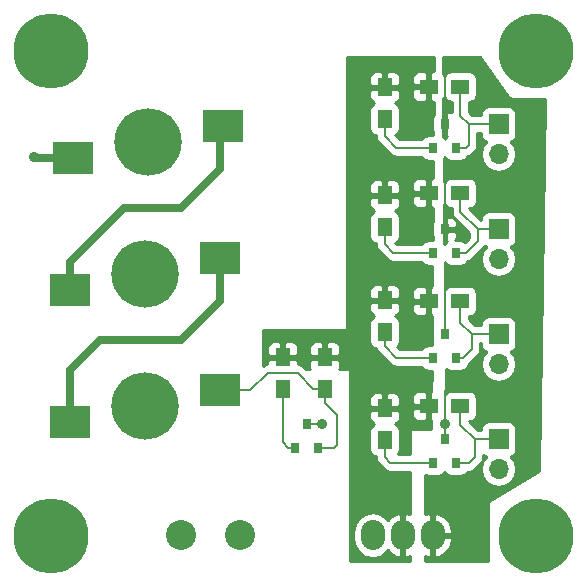
<source format=gbr>
G04 #@! TF.FileFunction,Copper,L1,Top,Signal*
%FSLAX46Y46*%
G04 Gerber Fmt 4.6, Leading zero omitted, Abs format (unit mm)*
G04 Created by KiCad (PCBNEW 4.0.5) date 03/11/17 22:16:34*
%MOMM*%
%LPD*%
G01*
G04 APERTURE LIST*
%ADD10C,0.150000*%
%ADD11R,0.800000X0.900000*%
%ADD12R,1.700000X1.700000*%
%ADD13O,1.700000X1.700000*%
%ADD14C,2.540000*%
%ADD15C,6.350000*%
%ADD16R,1.500000X1.300000*%
%ADD17R,1.300000X1.500000*%
%ADD18O,2.032000X2.540000*%
%ADD19R,3.500000X2.700000*%
%ADD20C,5.700000*%
%ADD21C,0.889000*%
%ADD22C,0.635000*%
%ADD23C,0.203200*%
%ADD24C,0.254000*%
G04 APERTURE END LIST*
D10*
D11*
X191328000Y-109966000D03*
X193228000Y-109966000D03*
X192278000Y-107966000D03*
D12*
X196850000Y-116840000D03*
D13*
X196850000Y-119380000D03*
D14*
X169926000Y-124968000D03*
X174926000Y-124968000D03*
D15*
X200000000Y-125000000D03*
X159000000Y-125000000D03*
X200000000Y-84000000D03*
X159000000Y-84000000D03*
D11*
X191328000Y-92186000D03*
X193228000Y-92186000D03*
X192278000Y-90186000D03*
X191328000Y-101076000D03*
X193228000Y-101076000D03*
X192278000Y-99076000D03*
X191328000Y-118856000D03*
X193228000Y-118856000D03*
X192278000Y-116856000D03*
D16*
X193628000Y-86995000D03*
X190928000Y-86995000D03*
D17*
X187198000Y-87042000D03*
X187198000Y-89742000D03*
D16*
X193628000Y-96012000D03*
X190928000Y-96012000D03*
D17*
X187198000Y-96186000D03*
X187198000Y-98886000D03*
D16*
X193628000Y-105156000D03*
X190928000Y-105156000D03*
D17*
X187198000Y-105076000D03*
X187198000Y-107776000D03*
D16*
X193628000Y-114046000D03*
X190928000Y-114046000D03*
D17*
X187198000Y-114220000D03*
X187198000Y-116920000D03*
D18*
X188722000Y-124968000D03*
X186182000Y-124968000D03*
X191262000Y-124968000D03*
D12*
X196850000Y-90170000D03*
D13*
X196850000Y-92710000D03*
D12*
X196850000Y-99060000D03*
D13*
X196850000Y-101600000D03*
D12*
X196850000Y-107950000D03*
D13*
X196850000Y-110490000D03*
D19*
X173482000Y-90344000D03*
X160782000Y-93044000D03*
D20*
X167132000Y-91694000D03*
D19*
X173228000Y-101520000D03*
X160528000Y-104220000D03*
D20*
X166878000Y-102870000D03*
D19*
X173228000Y-112696000D03*
X160528000Y-115396000D03*
D20*
X166878000Y-114046000D03*
D11*
X179644000Y-117586000D03*
X181544000Y-117586000D03*
X180594000Y-115586000D03*
D17*
X182118000Y-112602000D03*
X182118000Y-109902000D03*
X178562000Y-109902000D03*
X178562000Y-112602000D03*
D21*
X157480000Y-92964000D03*
X181864000Y-115570000D03*
X192278000Y-115570000D03*
D22*
X160528000Y-93044000D02*
X157560000Y-93044000D01*
X157560000Y-93044000D02*
X157480000Y-92964000D01*
D23*
X193228000Y-92186000D02*
X194072000Y-92186000D01*
X194310000Y-91948000D02*
X194310000Y-90170000D01*
X194072000Y-92186000D02*
X194310000Y-91948000D01*
X196850000Y-90170000D02*
X194310000Y-90170000D01*
X193628000Y-89488000D02*
X193628000Y-86995000D01*
X194310000Y-90170000D02*
X193628000Y-89488000D01*
X196834000Y-90186000D02*
X196850000Y-90170000D01*
X193228000Y-87395000D02*
X193628000Y-86995000D01*
X193228000Y-101076000D02*
X194072000Y-101076000D01*
X195072000Y-100076000D02*
X195072000Y-99060000D01*
X194072000Y-101076000D02*
X195072000Y-100076000D01*
X196850000Y-99060000D02*
X195072000Y-99060000D01*
X193628000Y-97616000D02*
X193628000Y-96012000D01*
X195072000Y-99060000D02*
X193628000Y-97616000D01*
X196834000Y-99076000D02*
X196850000Y-99060000D01*
X196834000Y-99076000D02*
X196850000Y-99060000D01*
X193482000Y-96158000D02*
X193628000Y-96012000D01*
X193228000Y-109966000D02*
X193818000Y-109966000D01*
X194564000Y-109220000D02*
X194564000Y-107950000D01*
X193818000Y-109966000D02*
X194564000Y-109220000D01*
X196850000Y-107950000D02*
X194564000Y-107950000D01*
X193628000Y-107014000D02*
X193628000Y-105156000D01*
X194564000Y-107950000D02*
X193628000Y-107014000D01*
X196834000Y-107966000D02*
X196850000Y-107950000D01*
X196834000Y-107966000D02*
X196850000Y-107950000D01*
X193482000Y-105302000D02*
X193628000Y-105156000D01*
X193228000Y-118856000D02*
X194326000Y-118856000D01*
X194818000Y-118364000D02*
X194818000Y-116840000D01*
X194326000Y-118856000D02*
X194818000Y-118364000D01*
X196850000Y-116840000D02*
X194818000Y-116840000D01*
X193628000Y-115650000D02*
X193628000Y-114046000D01*
X194818000Y-116840000D02*
X193628000Y-115650000D01*
X196834000Y-116856000D02*
X196850000Y-116840000D01*
X196834000Y-116856000D02*
X196850000Y-116840000D01*
X193482000Y-114192000D02*
X193628000Y-114046000D01*
D22*
X160528000Y-104220000D02*
X160528000Y-101854000D01*
X173228000Y-93980000D02*
X173228000Y-90344000D01*
X169926000Y-97282000D02*
X173228000Y-93980000D01*
X165100000Y-97282000D02*
X169926000Y-97282000D01*
X160528000Y-101854000D02*
X165100000Y-97282000D01*
X160528000Y-115396000D02*
X160528000Y-110998000D01*
X173228000Y-105156000D02*
X173228000Y-101520000D01*
X169926000Y-108458000D02*
X173228000Y-105156000D01*
X163068000Y-108458000D02*
X169926000Y-108458000D01*
X160528000Y-110998000D02*
X163068000Y-108458000D01*
D23*
X182118000Y-112602000D02*
X182118000Y-113792000D01*
X182896000Y-117586000D02*
X181544000Y-117586000D01*
X183134000Y-117348000D02*
X182896000Y-117586000D01*
X183134000Y-114808000D02*
X183134000Y-117348000D01*
X182118000Y-113792000D02*
X183134000Y-114808000D01*
X182118000Y-112602000D02*
X181182000Y-112602000D01*
X175848000Y-112696000D02*
X173228000Y-112696000D01*
X177292000Y-111252000D02*
X175848000Y-112696000D01*
X179832000Y-111252000D02*
X177292000Y-111252000D01*
X181182000Y-112602000D02*
X179832000Y-111252000D01*
X173816000Y-113284000D02*
X173228000Y-112696000D01*
X191328000Y-92186000D02*
X188198000Y-92186000D01*
X187198000Y-91186000D02*
X187198000Y-89742000D01*
X188198000Y-92186000D02*
X187198000Y-91186000D01*
X191328000Y-101076000D02*
X187944000Y-101076000D01*
X187198000Y-100330000D02*
X187198000Y-98886000D01*
X187944000Y-101076000D02*
X187198000Y-100330000D01*
X187388000Y-99076000D02*
X187198000Y-98886000D01*
X191328000Y-109966000D02*
X188198000Y-109966000D01*
X187198000Y-108966000D02*
X187198000Y-108458000D01*
X188198000Y-109966000D02*
X187198000Y-108966000D01*
X187198000Y-108458000D02*
X187198000Y-107776000D01*
X191328000Y-118856000D02*
X187690000Y-118856000D01*
X187198000Y-118364000D02*
X187198000Y-116920000D01*
X187690000Y-118856000D02*
X187198000Y-118364000D01*
X187262000Y-116856000D02*
X187198000Y-116920000D01*
X178562000Y-112602000D02*
X178562000Y-117094000D01*
X179054000Y-117586000D02*
X179644000Y-117586000D01*
X178562000Y-117094000D02*
X179054000Y-117586000D01*
X192278000Y-115570000D02*
X192278000Y-112776000D01*
X192278000Y-112776000D02*
X192532000Y-112522000D01*
X192278000Y-107966000D02*
X192278000Y-103886000D01*
X192278000Y-103886000D02*
X192532000Y-103632000D01*
X192278000Y-90186000D02*
X192278000Y-85598000D01*
X192278000Y-99076000D02*
X192278000Y-94742000D01*
X180594000Y-115586000D02*
X181848000Y-115586000D01*
X192278000Y-115570000D02*
X192278000Y-116856000D01*
X181848000Y-115586000D02*
X181864000Y-115570000D01*
X187278000Y-105156000D02*
X187198000Y-105076000D01*
X187372000Y-96012000D02*
X187198000Y-96186000D01*
X187245000Y-86995000D02*
X187198000Y-87042000D01*
X187372000Y-96012000D02*
X187198000Y-96186000D01*
X187372000Y-104902000D02*
X187198000Y-105076000D01*
X190881000Y-87042000D02*
X190928000Y-86995000D01*
X187372000Y-114046000D02*
X187198000Y-114220000D01*
D24*
G36*
X191377940Y-85710000D02*
X191213750Y-85710000D01*
X191055000Y-85868750D01*
X191055000Y-86868000D01*
X191075000Y-86868000D01*
X191075000Y-87122000D01*
X191055000Y-87122000D01*
X191055000Y-88121250D01*
X191213750Y-88280000D01*
X191357380Y-88280000D01*
X191348531Y-89386108D01*
X191281569Y-89484110D01*
X191230560Y-89736000D01*
X191230560Y-90636000D01*
X191274838Y-90871317D01*
X191335890Y-90966195D01*
X191334912Y-91088560D01*
X190928000Y-91088560D01*
X190692683Y-91132838D01*
X190476559Y-91271910D01*
X190355285Y-91449400D01*
X188503110Y-91449400D01*
X188123205Y-91069495D01*
X188299441Y-90956090D01*
X188444431Y-90743890D01*
X188495440Y-90492000D01*
X188495440Y-88992000D01*
X188451162Y-88756683D01*
X188312090Y-88540559D01*
X188099890Y-88395569D01*
X188066510Y-88388809D01*
X188207699Y-88330327D01*
X188386327Y-88151698D01*
X188483000Y-87918309D01*
X188483000Y-87327750D01*
X188436000Y-87280750D01*
X189543000Y-87280750D01*
X189543000Y-87771310D01*
X189639673Y-88004699D01*
X189818302Y-88183327D01*
X190051691Y-88280000D01*
X190642250Y-88280000D01*
X190801000Y-88121250D01*
X190801000Y-87122000D01*
X189701750Y-87122000D01*
X189543000Y-87280750D01*
X188436000Y-87280750D01*
X188324250Y-87169000D01*
X187325000Y-87169000D01*
X187325000Y-87189000D01*
X187071000Y-87189000D01*
X187071000Y-87169000D01*
X186071750Y-87169000D01*
X185913000Y-87327750D01*
X185913000Y-87918309D01*
X186009673Y-88151698D01*
X186188301Y-88330327D01*
X186324287Y-88386654D01*
X186312683Y-88388838D01*
X186096559Y-88527910D01*
X185951569Y-88740110D01*
X185900560Y-88992000D01*
X185900560Y-90492000D01*
X185944838Y-90727317D01*
X186083910Y-90943441D01*
X186296110Y-91088431D01*
X186461400Y-91121903D01*
X186461400Y-91186000D01*
X186517470Y-91467885D01*
X186677145Y-91706855D01*
X187677145Y-92706855D01*
X187916115Y-92866530D01*
X187962883Y-92875833D01*
X188198000Y-92922601D01*
X188198005Y-92922600D01*
X190357838Y-92922600D01*
X190463910Y-93087441D01*
X190676110Y-93232431D01*
X190928000Y-93283440D01*
X191317352Y-93283440D01*
X191305804Y-94727000D01*
X191213750Y-94727000D01*
X191055000Y-94885750D01*
X191055000Y-95885000D01*
X191075000Y-95885000D01*
X191075000Y-96139000D01*
X191055000Y-96139000D01*
X191055000Y-97138250D01*
X191213750Y-97297000D01*
X191285244Y-97297000D01*
X191276424Y-98399517D01*
X191230560Y-98626000D01*
X191230560Y-99526000D01*
X191265909Y-99713864D01*
X191263792Y-99978560D01*
X190928000Y-99978560D01*
X190692683Y-100022838D01*
X190476559Y-100161910D01*
X190355285Y-100339400D01*
X188249110Y-100339400D01*
X188123205Y-100213495D01*
X188299441Y-100100090D01*
X188444431Y-99887890D01*
X188495440Y-99636000D01*
X188495440Y-98136000D01*
X188451162Y-97900683D01*
X188312090Y-97684559D01*
X188099890Y-97539569D01*
X188066510Y-97532809D01*
X188207699Y-97474327D01*
X188386327Y-97295698D01*
X188483000Y-97062309D01*
X188483000Y-96471750D01*
X188324250Y-96313000D01*
X187325000Y-96313000D01*
X187325000Y-96333000D01*
X187071000Y-96333000D01*
X187071000Y-96313000D01*
X186071750Y-96313000D01*
X185913000Y-96471750D01*
X185913000Y-97062309D01*
X186009673Y-97295698D01*
X186188301Y-97474327D01*
X186324287Y-97530654D01*
X186312683Y-97532838D01*
X186096559Y-97671910D01*
X185951569Y-97884110D01*
X185900560Y-98136000D01*
X185900560Y-99636000D01*
X185944838Y-99871317D01*
X186083910Y-100087441D01*
X186296110Y-100232431D01*
X186461400Y-100265903D01*
X186461400Y-100330000D01*
X186517470Y-100611885D01*
X186677145Y-100850855D01*
X187423145Y-101596855D01*
X187662115Y-101756530D01*
X187944000Y-101812600D01*
X190357838Y-101812600D01*
X190463910Y-101977441D01*
X190676110Y-102122431D01*
X190928000Y-102173440D01*
X191246232Y-102173440D01*
X191232652Y-103871000D01*
X191213750Y-103871000D01*
X191055000Y-104029750D01*
X191055000Y-105029000D01*
X191075000Y-105029000D01*
X191075000Y-105283000D01*
X191055000Y-105283000D01*
X191055000Y-106282250D01*
X191212105Y-106439355D01*
X191192672Y-108868560D01*
X190928000Y-108868560D01*
X190692683Y-108912838D01*
X190476559Y-109051910D01*
X190355285Y-109229400D01*
X188503110Y-109229400D01*
X188277755Y-109004045D01*
X188299441Y-108990090D01*
X188444431Y-108777890D01*
X188495440Y-108526000D01*
X188495440Y-107026000D01*
X188451162Y-106790683D01*
X188312090Y-106574559D01*
X188099890Y-106429569D01*
X188066510Y-106422809D01*
X188207699Y-106364327D01*
X188386327Y-106185698D01*
X188483000Y-105952309D01*
X188483000Y-105441750D01*
X189543000Y-105441750D01*
X189543000Y-105932310D01*
X189639673Y-106165699D01*
X189818302Y-106344327D01*
X190051691Y-106441000D01*
X190642250Y-106441000D01*
X190801000Y-106282250D01*
X190801000Y-105283000D01*
X189701750Y-105283000D01*
X189543000Y-105441750D01*
X188483000Y-105441750D01*
X188483000Y-105361750D01*
X188324250Y-105203000D01*
X187325000Y-105203000D01*
X187325000Y-105223000D01*
X187071000Y-105223000D01*
X187071000Y-105203000D01*
X186071750Y-105203000D01*
X185913000Y-105361750D01*
X185913000Y-105952309D01*
X186009673Y-106185698D01*
X186188301Y-106364327D01*
X186324287Y-106420654D01*
X186312683Y-106422838D01*
X186096559Y-106561910D01*
X185951569Y-106774110D01*
X185900560Y-107026000D01*
X185900560Y-108526000D01*
X185944838Y-108761317D01*
X186083910Y-108977441D01*
X186296110Y-109122431D01*
X186500759Y-109163873D01*
X186517470Y-109247885D01*
X186677145Y-109486855D01*
X187677145Y-110486855D01*
X187916115Y-110646530D01*
X187962883Y-110655833D01*
X188198000Y-110702601D01*
X188198005Y-110702600D01*
X190357838Y-110702600D01*
X190463910Y-110867441D01*
X190676110Y-111012431D01*
X190928000Y-111063440D01*
X191175112Y-111063440D01*
X191161111Y-112813639D01*
X191055000Y-112919750D01*
X191055000Y-113919000D01*
X191075000Y-113919000D01*
X191075000Y-114173000D01*
X191055000Y-114173000D01*
X191055000Y-115172250D01*
X191141550Y-115258800D01*
X191136012Y-115951000D01*
X189484000Y-115951000D01*
X189434590Y-115961006D01*
X189392965Y-115989447D01*
X189365685Y-116031841D01*
X189357000Y-116078000D01*
X189357000Y-118119400D01*
X188309478Y-118119400D01*
X188444431Y-117921890D01*
X188495440Y-117670000D01*
X188495440Y-116170000D01*
X188451162Y-115934683D01*
X188312090Y-115718559D01*
X188099890Y-115573569D01*
X188066510Y-115566809D01*
X188207699Y-115508327D01*
X188386327Y-115329698D01*
X188483000Y-115096309D01*
X188483000Y-114505750D01*
X188324250Y-114347000D01*
X187325000Y-114347000D01*
X187325000Y-114367000D01*
X187071000Y-114367000D01*
X187071000Y-114347000D01*
X186071750Y-114347000D01*
X185913000Y-114505750D01*
X185913000Y-115096309D01*
X186009673Y-115329698D01*
X186188301Y-115508327D01*
X186324287Y-115564654D01*
X186312683Y-115566838D01*
X186096559Y-115705910D01*
X185951569Y-115918110D01*
X185900560Y-116170000D01*
X185900560Y-117670000D01*
X185944838Y-117905317D01*
X186083910Y-118121441D01*
X186296110Y-118266431D01*
X186461400Y-118299903D01*
X186461400Y-118364000D01*
X186517470Y-118645885D01*
X186677145Y-118884855D01*
X187169145Y-119376855D01*
X187408115Y-119536530D01*
X187690000Y-119592600D01*
X189357000Y-119592600D01*
X189357000Y-123207850D01*
X189236477Y-123140074D01*
X189104944Y-123108025D01*
X188849000Y-123227164D01*
X188849000Y-124841000D01*
X188869000Y-124841000D01*
X188869000Y-125095000D01*
X188849000Y-125095000D01*
X188849000Y-126708836D01*
X189104944Y-126827975D01*
X189236477Y-126795926D01*
X189357000Y-126728150D01*
X189357000Y-127127000D01*
X184277000Y-127127000D01*
X184277000Y-124676679D01*
X184531000Y-124676679D01*
X184531000Y-125259321D01*
X184656675Y-125891131D01*
X185014567Y-126426754D01*
X185550190Y-126784646D01*
X186182000Y-126910321D01*
X186813810Y-126784646D01*
X187349433Y-126426754D01*
X187466054Y-126252219D01*
X187644370Y-126479236D01*
X188207523Y-126795926D01*
X188339056Y-126827975D01*
X188595000Y-126708836D01*
X188595000Y-125095000D01*
X188575000Y-125095000D01*
X188575000Y-124841000D01*
X188595000Y-124841000D01*
X188595000Y-123227164D01*
X188339056Y-123108025D01*
X188207523Y-123140074D01*
X187644370Y-123456764D01*
X187466054Y-123683781D01*
X187349433Y-123509246D01*
X186813810Y-123151354D01*
X186182000Y-123025679D01*
X185550190Y-123151354D01*
X185014567Y-123509246D01*
X184656675Y-124044869D01*
X184531000Y-124676679D01*
X184277000Y-124676679D01*
X184277000Y-114331750D01*
X189543000Y-114331750D01*
X189543000Y-114822310D01*
X189639673Y-115055699D01*
X189818302Y-115234327D01*
X190051691Y-115331000D01*
X190642250Y-115331000D01*
X190801000Y-115172250D01*
X190801000Y-114173000D01*
X189701750Y-114173000D01*
X189543000Y-114331750D01*
X184277000Y-114331750D01*
X184277000Y-113343691D01*
X185913000Y-113343691D01*
X185913000Y-113934250D01*
X186071750Y-114093000D01*
X187071000Y-114093000D01*
X187071000Y-112993750D01*
X187325000Y-112993750D01*
X187325000Y-114093000D01*
X188324250Y-114093000D01*
X188483000Y-113934250D01*
X188483000Y-113343691D01*
X188452348Y-113269690D01*
X189543000Y-113269690D01*
X189543000Y-113760250D01*
X189701750Y-113919000D01*
X190801000Y-113919000D01*
X190801000Y-112919750D01*
X190642250Y-112761000D01*
X190051691Y-112761000D01*
X189818302Y-112857673D01*
X189639673Y-113036301D01*
X189543000Y-113269690D01*
X188452348Y-113269690D01*
X188386327Y-113110302D01*
X188207699Y-112931673D01*
X187974310Y-112835000D01*
X187483750Y-112835000D01*
X187325000Y-112993750D01*
X187071000Y-112993750D01*
X186912250Y-112835000D01*
X186421690Y-112835000D01*
X186188301Y-112931673D01*
X186009673Y-113110302D01*
X185913000Y-113343691D01*
X184277000Y-113343691D01*
X184277000Y-110998000D01*
X184266994Y-110948590D01*
X184238553Y-110906965D01*
X184196159Y-110879685D01*
X184150000Y-110871000D01*
X183364606Y-110871000D01*
X183403000Y-110778309D01*
X183403000Y-110187750D01*
X183244250Y-110029000D01*
X182245000Y-110029000D01*
X182245000Y-110049000D01*
X181991000Y-110049000D01*
X181991000Y-110029000D01*
X180991750Y-110029000D01*
X180833000Y-110187750D01*
X180833000Y-110778309D01*
X180871394Y-110871000D01*
X180492710Y-110871000D01*
X180352855Y-110731145D01*
X180113885Y-110571470D01*
X179847000Y-110518384D01*
X179847000Y-110187750D01*
X179688250Y-110029000D01*
X178689000Y-110029000D01*
X178689000Y-110049000D01*
X178435000Y-110049000D01*
X178435000Y-110029000D01*
X177435750Y-110029000D01*
X177277000Y-110187750D01*
X177277000Y-110518384D01*
X177010115Y-110571470D01*
X176911000Y-110637697D01*
X176911000Y-109025691D01*
X177277000Y-109025691D01*
X177277000Y-109616250D01*
X177435750Y-109775000D01*
X178435000Y-109775000D01*
X178435000Y-108675750D01*
X178689000Y-108675750D01*
X178689000Y-109775000D01*
X179688250Y-109775000D01*
X179847000Y-109616250D01*
X179847000Y-109025691D01*
X180833000Y-109025691D01*
X180833000Y-109616250D01*
X180991750Y-109775000D01*
X181991000Y-109775000D01*
X181991000Y-108675750D01*
X182245000Y-108675750D01*
X182245000Y-109775000D01*
X183244250Y-109775000D01*
X183403000Y-109616250D01*
X183403000Y-109025691D01*
X183306327Y-108792302D01*
X183127699Y-108613673D01*
X182894310Y-108517000D01*
X182403750Y-108517000D01*
X182245000Y-108675750D01*
X181991000Y-108675750D01*
X181832250Y-108517000D01*
X181341690Y-108517000D01*
X181108301Y-108613673D01*
X180929673Y-108792302D01*
X180833000Y-109025691D01*
X179847000Y-109025691D01*
X179750327Y-108792302D01*
X179571699Y-108613673D01*
X179338310Y-108517000D01*
X178847750Y-108517000D01*
X178689000Y-108675750D01*
X178435000Y-108675750D01*
X178276250Y-108517000D01*
X177785690Y-108517000D01*
X177552301Y-108613673D01*
X177373673Y-108792302D01*
X177277000Y-109025691D01*
X176911000Y-109025691D01*
X176911000Y-107569000D01*
X183896000Y-107569000D01*
X183945410Y-107558994D01*
X183987035Y-107530553D01*
X184014315Y-107488159D01*
X184023000Y-107442000D01*
X184023000Y-104199691D01*
X185913000Y-104199691D01*
X185913000Y-104790250D01*
X186071750Y-104949000D01*
X187071000Y-104949000D01*
X187071000Y-103849750D01*
X187325000Y-103849750D01*
X187325000Y-104949000D01*
X188324250Y-104949000D01*
X188483000Y-104790250D01*
X188483000Y-104379690D01*
X189543000Y-104379690D01*
X189543000Y-104870250D01*
X189701750Y-105029000D01*
X190801000Y-105029000D01*
X190801000Y-104029750D01*
X190642250Y-103871000D01*
X190051691Y-103871000D01*
X189818302Y-103967673D01*
X189639673Y-104146301D01*
X189543000Y-104379690D01*
X188483000Y-104379690D01*
X188483000Y-104199691D01*
X188386327Y-103966302D01*
X188207699Y-103787673D01*
X187974310Y-103691000D01*
X187483750Y-103691000D01*
X187325000Y-103849750D01*
X187071000Y-103849750D01*
X186912250Y-103691000D01*
X186421690Y-103691000D01*
X186188301Y-103787673D01*
X186009673Y-103966302D01*
X185913000Y-104199691D01*
X184023000Y-104199691D01*
X184023000Y-96297750D01*
X189543000Y-96297750D01*
X189543000Y-96788310D01*
X189639673Y-97021699D01*
X189818302Y-97200327D01*
X190051691Y-97297000D01*
X190642250Y-97297000D01*
X190801000Y-97138250D01*
X190801000Y-96139000D01*
X189701750Y-96139000D01*
X189543000Y-96297750D01*
X184023000Y-96297750D01*
X184023000Y-95309691D01*
X185913000Y-95309691D01*
X185913000Y-95900250D01*
X186071750Y-96059000D01*
X187071000Y-96059000D01*
X187071000Y-94959750D01*
X187325000Y-94959750D01*
X187325000Y-96059000D01*
X188324250Y-96059000D01*
X188483000Y-95900250D01*
X188483000Y-95309691D01*
X188452348Y-95235690D01*
X189543000Y-95235690D01*
X189543000Y-95726250D01*
X189701750Y-95885000D01*
X190801000Y-95885000D01*
X190801000Y-94885750D01*
X190642250Y-94727000D01*
X190051691Y-94727000D01*
X189818302Y-94823673D01*
X189639673Y-95002301D01*
X189543000Y-95235690D01*
X188452348Y-95235690D01*
X188386327Y-95076302D01*
X188207699Y-94897673D01*
X187974310Y-94801000D01*
X187483750Y-94801000D01*
X187325000Y-94959750D01*
X187071000Y-94959750D01*
X186912250Y-94801000D01*
X186421690Y-94801000D01*
X186188301Y-94897673D01*
X186009673Y-95076302D01*
X185913000Y-95309691D01*
X184023000Y-95309691D01*
X184023000Y-86165691D01*
X185913000Y-86165691D01*
X185913000Y-86756250D01*
X186071750Y-86915000D01*
X187071000Y-86915000D01*
X187071000Y-85815750D01*
X187325000Y-85815750D01*
X187325000Y-86915000D01*
X188324250Y-86915000D01*
X188483000Y-86756250D01*
X188483000Y-86218690D01*
X189543000Y-86218690D01*
X189543000Y-86709250D01*
X189701750Y-86868000D01*
X190801000Y-86868000D01*
X190801000Y-85868750D01*
X190642250Y-85710000D01*
X190051691Y-85710000D01*
X189818302Y-85806673D01*
X189639673Y-85985301D01*
X189543000Y-86218690D01*
X188483000Y-86218690D01*
X188483000Y-86165691D01*
X188386327Y-85932302D01*
X188207699Y-85753673D01*
X187974310Y-85657000D01*
X187483750Y-85657000D01*
X187325000Y-85815750D01*
X187071000Y-85815750D01*
X186912250Y-85657000D01*
X186421690Y-85657000D01*
X186188301Y-85753673D01*
X186009673Y-85932302D01*
X185913000Y-86165691D01*
X184023000Y-86165691D01*
X184023000Y-84455000D01*
X191387980Y-84455000D01*
X191377940Y-85710000D01*
X191377940Y-85710000D01*
G37*
X191377940Y-85710000D02*
X191213750Y-85710000D01*
X191055000Y-85868750D01*
X191055000Y-86868000D01*
X191075000Y-86868000D01*
X191075000Y-87122000D01*
X191055000Y-87122000D01*
X191055000Y-88121250D01*
X191213750Y-88280000D01*
X191357380Y-88280000D01*
X191348531Y-89386108D01*
X191281569Y-89484110D01*
X191230560Y-89736000D01*
X191230560Y-90636000D01*
X191274838Y-90871317D01*
X191335890Y-90966195D01*
X191334912Y-91088560D01*
X190928000Y-91088560D01*
X190692683Y-91132838D01*
X190476559Y-91271910D01*
X190355285Y-91449400D01*
X188503110Y-91449400D01*
X188123205Y-91069495D01*
X188299441Y-90956090D01*
X188444431Y-90743890D01*
X188495440Y-90492000D01*
X188495440Y-88992000D01*
X188451162Y-88756683D01*
X188312090Y-88540559D01*
X188099890Y-88395569D01*
X188066510Y-88388809D01*
X188207699Y-88330327D01*
X188386327Y-88151698D01*
X188483000Y-87918309D01*
X188483000Y-87327750D01*
X188436000Y-87280750D01*
X189543000Y-87280750D01*
X189543000Y-87771310D01*
X189639673Y-88004699D01*
X189818302Y-88183327D01*
X190051691Y-88280000D01*
X190642250Y-88280000D01*
X190801000Y-88121250D01*
X190801000Y-87122000D01*
X189701750Y-87122000D01*
X189543000Y-87280750D01*
X188436000Y-87280750D01*
X188324250Y-87169000D01*
X187325000Y-87169000D01*
X187325000Y-87189000D01*
X187071000Y-87189000D01*
X187071000Y-87169000D01*
X186071750Y-87169000D01*
X185913000Y-87327750D01*
X185913000Y-87918309D01*
X186009673Y-88151698D01*
X186188301Y-88330327D01*
X186324287Y-88386654D01*
X186312683Y-88388838D01*
X186096559Y-88527910D01*
X185951569Y-88740110D01*
X185900560Y-88992000D01*
X185900560Y-90492000D01*
X185944838Y-90727317D01*
X186083910Y-90943441D01*
X186296110Y-91088431D01*
X186461400Y-91121903D01*
X186461400Y-91186000D01*
X186517470Y-91467885D01*
X186677145Y-91706855D01*
X187677145Y-92706855D01*
X187916115Y-92866530D01*
X187962883Y-92875833D01*
X188198000Y-92922601D01*
X188198005Y-92922600D01*
X190357838Y-92922600D01*
X190463910Y-93087441D01*
X190676110Y-93232431D01*
X190928000Y-93283440D01*
X191317352Y-93283440D01*
X191305804Y-94727000D01*
X191213750Y-94727000D01*
X191055000Y-94885750D01*
X191055000Y-95885000D01*
X191075000Y-95885000D01*
X191075000Y-96139000D01*
X191055000Y-96139000D01*
X191055000Y-97138250D01*
X191213750Y-97297000D01*
X191285244Y-97297000D01*
X191276424Y-98399517D01*
X191230560Y-98626000D01*
X191230560Y-99526000D01*
X191265909Y-99713864D01*
X191263792Y-99978560D01*
X190928000Y-99978560D01*
X190692683Y-100022838D01*
X190476559Y-100161910D01*
X190355285Y-100339400D01*
X188249110Y-100339400D01*
X188123205Y-100213495D01*
X188299441Y-100100090D01*
X188444431Y-99887890D01*
X188495440Y-99636000D01*
X188495440Y-98136000D01*
X188451162Y-97900683D01*
X188312090Y-97684559D01*
X188099890Y-97539569D01*
X188066510Y-97532809D01*
X188207699Y-97474327D01*
X188386327Y-97295698D01*
X188483000Y-97062309D01*
X188483000Y-96471750D01*
X188324250Y-96313000D01*
X187325000Y-96313000D01*
X187325000Y-96333000D01*
X187071000Y-96333000D01*
X187071000Y-96313000D01*
X186071750Y-96313000D01*
X185913000Y-96471750D01*
X185913000Y-97062309D01*
X186009673Y-97295698D01*
X186188301Y-97474327D01*
X186324287Y-97530654D01*
X186312683Y-97532838D01*
X186096559Y-97671910D01*
X185951569Y-97884110D01*
X185900560Y-98136000D01*
X185900560Y-99636000D01*
X185944838Y-99871317D01*
X186083910Y-100087441D01*
X186296110Y-100232431D01*
X186461400Y-100265903D01*
X186461400Y-100330000D01*
X186517470Y-100611885D01*
X186677145Y-100850855D01*
X187423145Y-101596855D01*
X187662115Y-101756530D01*
X187944000Y-101812600D01*
X190357838Y-101812600D01*
X190463910Y-101977441D01*
X190676110Y-102122431D01*
X190928000Y-102173440D01*
X191246232Y-102173440D01*
X191232652Y-103871000D01*
X191213750Y-103871000D01*
X191055000Y-104029750D01*
X191055000Y-105029000D01*
X191075000Y-105029000D01*
X191075000Y-105283000D01*
X191055000Y-105283000D01*
X191055000Y-106282250D01*
X191212105Y-106439355D01*
X191192672Y-108868560D01*
X190928000Y-108868560D01*
X190692683Y-108912838D01*
X190476559Y-109051910D01*
X190355285Y-109229400D01*
X188503110Y-109229400D01*
X188277755Y-109004045D01*
X188299441Y-108990090D01*
X188444431Y-108777890D01*
X188495440Y-108526000D01*
X188495440Y-107026000D01*
X188451162Y-106790683D01*
X188312090Y-106574559D01*
X188099890Y-106429569D01*
X188066510Y-106422809D01*
X188207699Y-106364327D01*
X188386327Y-106185698D01*
X188483000Y-105952309D01*
X188483000Y-105441750D01*
X189543000Y-105441750D01*
X189543000Y-105932310D01*
X189639673Y-106165699D01*
X189818302Y-106344327D01*
X190051691Y-106441000D01*
X190642250Y-106441000D01*
X190801000Y-106282250D01*
X190801000Y-105283000D01*
X189701750Y-105283000D01*
X189543000Y-105441750D01*
X188483000Y-105441750D01*
X188483000Y-105361750D01*
X188324250Y-105203000D01*
X187325000Y-105203000D01*
X187325000Y-105223000D01*
X187071000Y-105223000D01*
X187071000Y-105203000D01*
X186071750Y-105203000D01*
X185913000Y-105361750D01*
X185913000Y-105952309D01*
X186009673Y-106185698D01*
X186188301Y-106364327D01*
X186324287Y-106420654D01*
X186312683Y-106422838D01*
X186096559Y-106561910D01*
X185951569Y-106774110D01*
X185900560Y-107026000D01*
X185900560Y-108526000D01*
X185944838Y-108761317D01*
X186083910Y-108977441D01*
X186296110Y-109122431D01*
X186500759Y-109163873D01*
X186517470Y-109247885D01*
X186677145Y-109486855D01*
X187677145Y-110486855D01*
X187916115Y-110646530D01*
X187962883Y-110655833D01*
X188198000Y-110702601D01*
X188198005Y-110702600D01*
X190357838Y-110702600D01*
X190463910Y-110867441D01*
X190676110Y-111012431D01*
X190928000Y-111063440D01*
X191175112Y-111063440D01*
X191161111Y-112813639D01*
X191055000Y-112919750D01*
X191055000Y-113919000D01*
X191075000Y-113919000D01*
X191075000Y-114173000D01*
X191055000Y-114173000D01*
X191055000Y-115172250D01*
X191141550Y-115258800D01*
X191136012Y-115951000D01*
X189484000Y-115951000D01*
X189434590Y-115961006D01*
X189392965Y-115989447D01*
X189365685Y-116031841D01*
X189357000Y-116078000D01*
X189357000Y-118119400D01*
X188309478Y-118119400D01*
X188444431Y-117921890D01*
X188495440Y-117670000D01*
X188495440Y-116170000D01*
X188451162Y-115934683D01*
X188312090Y-115718559D01*
X188099890Y-115573569D01*
X188066510Y-115566809D01*
X188207699Y-115508327D01*
X188386327Y-115329698D01*
X188483000Y-115096309D01*
X188483000Y-114505750D01*
X188324250Y-114347000D01*
X187325000Y-114347000D01*
X187325000Y-114367000D01*
X187071000Y-114367000D01*
X187071000Y-114347000D01*
X186071750Y-114347000D01*
X185913000Y-114505750D01*
X185913000Y-115096309D01*
X186009673Y-115329698D01*
X186188301Y-115508327D01*
X186324287Y-115564654D01*
X186312683Y-115566838D01*
X186096559Y-115705910D01*
X185951569Y-115918110D01*
X185900560Y-116170000D01*
X185900560Y-117670000D01*
X185944838Y-117905317D01*
X186083910Y-118121441D01*
X186296110Y-118266431D01*
X186461400Y-118299903D01*
X186461400Y-118364000D01*
X186517470Y-118645885D01*
X186677145Y-118884855D01*
X187169145Y-119376855D01*
X187408115Y-119536530D01*
X187690000Y-119592600D01*
X189357000Y-119592600D01*
X189357000Y-123207850D01*
X189236477Y-123140074D01*
X189104944Y-123108025D01*
X188849000Y-123227164D01*
X188849000Y-124841000D01*
X188869000Y-124841000D01*
X188869000Y-125095000D01*
X188849000Y-125095000D01*
X188849000Y-126708836D01*
X189104944Y-126827975D01*
X189236477Y-126795926D01*
X189357000Y-126728150D01*
X189357000Y-127127000D01*
X184277000Y-127127000D01*
X184277000Y-124676679D01*
X184531000Y-124676679D01*
X184531000Y-125259321D01*
X184656675Y-125891131D01*
X185014567Y-126426754D01*
X185550190Y-126784646D01*
X186182000Y-126910321D01*
X186813810Y-126784646D01*
X187349433Y-126426754D01*
X187466054Y-126252219D01*
X187644370Y-126479236D01*
X188207523Y-126795926D01*
X188339056Y-126827975D01*
X188595000Y-126708836D01*
X188595000Y-125095000D01*
X188575000Y-125095000D01*
X188575000Y-124841000D01*
X188595000Y-124841000D01*
X188595000Y-123227164D01*
X188339056Y-123108025D01*
X188207523Y-123140074D01*
X187644370Y-123456764D01*
X187466054Y-123683781D01*
X187349433Y-123509246D01*
X186813810Y-123151354D01*
X186182000Y-123025679D01*
X185550190Y-123151354D01*
X185014567Y-123509246D01*
X184656675Y-124044869D01*
X184531000Y-124676679D01*
X184277000Y-124676679D01*
X184277000Y-114331750D01*
X189543000Y-114331750D01*
X189543000Y-114822310D01*
X189639673Y-115055699D01*
X189818302Y-115234327D01*
X190051691Y-115331000D01*
X190642250Y-115331000D01*
X190801000Y-115172250D01*
X190801000Y-114173000D01*
X189701750Y-114173000D01*
X189543000Y-114331750D01*
X184277000Y-114331750D01*
X184277000Y-113343691D01*
X185913000Y-113343691D01*
X185913000Y-113934250D01*
X186071750Y-114093000D01*
X187071000Y-114093000D01*
X187071000Y-112993750D01*
X187325000Y-112993750D01*
X187325000Y-114093000D01*
X188324250Y-114093000D01*
X188483000Y-113934250D01*
X188483000Y-113343691D01*
X188452348Y-113269690D01*
X189543000Y-113269690D01*
X189543000Y-113760250D01*
X189701750Y-113919000D01*
X190801000Y-113919000D01*
X190801000Y-112919750D01*
X190642250Y-112761000D01*
X190051691Y-112761000D01*
X189818302Y-112857673D01*
X189639673Y-113036301D01*
X189543000Y-113269690D01*
X188452348Y-113269690D01*
X188386327Y-113110302D01*
X188207699Y-112931673D01*
X187974310Y-112835000D01*
X187483750Y-112835000D01*
X187325000Y-112993750D01*
X187071000Y-112993750D01*
X186912250Y-112835000D01*
X186421690Y-112835000D01*
X186188301Y-112931673D01*
X186009673Y-113110302D01*
X185913000Y-113343691D01*
X184277000Y-113343691D01*
X184277000Y-110998000D01*
X184266994Y-110948590D01*
X184238553Y-110906965D01*
X184196159Y-110879685D01*
X184150000Y-110871000D01*
X183364606Y-110871000D01*
X183403000Y-110778309D01*
X183403000Y-110187750D01*
X183244250Y-110029000D01*
X182245000Y-110029000D01*
X182245000Y-110049000D01*
X181991000Y-110049000D01*
X181991000Y-110029000D01*
X180991750Y-110029000D01*
X180833000Y-110187750D01*
X180833000Y-110778309D01*
X180871394Y-110871000D01*
X180492710Y-110871000D01*
X180352855Y-110731145D01*
X180113885Y-110571470D01*
X179847000Y-110518384D01*
X179847000Y-110187750D01*
X179688250Y-110029000D01*
X178689000Y-110029000D01*
X178689000Y-110049000D01*
X178435000Y-110049000D01*
X178435000Y-110029000D01*
X177435750Y-110029000D01*
X177277000Y-110187750D01*
X177277000Y-110518384D01*
X177010115Y-110571470D01*
X176911000Y-110637697D01*
X176911000Y-109025691D01*
X177277000Y-109025691D01*
X177277000Y-109616250D01*
X177435750Y-109775000D01*
X178435000Y-109775000D01*
X178435000Y-108675750D01*
X178689000Y-108675750D01*
X178689000Y-109775000D01*
X179688250Y-109775000D01*
X179847000Y-109616250D01*
X179847000Y-109025691D01*
X180833000Y-109025691D01*
X180833000Y-109616250D01*
X180991750Y-109775000D01*
X181991000Y-109775000D01*
X181991000Y-108675750D01*
X182245000Y-108675750D01*
X182245000Y-109775000D01*
X183244250Y-109775000D01*
X183403000Y-109616250D01*
X183403000Y-109025691D01*
X183306327Y-108792302D01*
X183127699Y-108613673D01*
X182894310Y-108517000D01*
X182403750Y-108517000D01*
X182245000Y-108675750D01*
X181991000Y-108675750D01*
X181832250Y-108517000D01*
X181341690Y-108517000D01*
X181108301Y-108613673D01*
X180929673Y-108792302D01*
X180833000Y-109025691D01*
X179847000Y-109025691D01*
X179750327Y-108792302D01*
X179571699Y-108613673D01*
X179338310Y-108517000D01*
X178847750Y-108517000D01*
X178689000Y-108675750D01*
X178435000Y-108675750D01*
X178276250Y-108517000D01*
X177785690Y-108517000D01*
X177552301Y-108613673D01*
X177373673Y-108792302D01*
X177277000Y-109025691D01*
X176911000Y-109025691D01*
X176911000Y-107569000D01*
X183896000Y-107569000D01*
X183945410Y-107558994D01*
X183987035Y-107530553D01*
X184014315Y-107488159D01*
X184023000Y-107442000D01*
X184023000Y-104199691D01*
X185913000Y-104199691D01*
X185913000Y-104790250D01*
X186071750Y-104949000D01*
X187071000Y-104949000D01*
X187071000Y-103849750D01*
X187325000Y-103849750D01*
X187325000Y-104949000D01*
X188324250Y-104949000D01*
X188483000Y-104790250D01*
X188483000Y-104379690D01*
X189543000Y-104379690D01*
X189543000Y-104870250D01*
X189701750Y-105029000D01*
X190801000Y-105029000D01*
X190801000Y-104029750D01*
X190642250Y-103871000D01*
X190051691Y-103871000D01*
X189818302Y-103967673D01*
X189639673Y-104146301D01*
X189543000Y-104379690D01*
X188483000Y-104379690D01*
X188483000Y-104199691D01*
X188386327Y-103966302D01*
X188207699Y-103787673D01*
X187974310Y-103691000D01*
X187483750Y-103691000D01*
X187325000Y-103849750D01*
X187071000Y-103849750D01*
X186912250Y-103691000D01*
X186421690Y-103691000D01*
X186188301Y-103787673D01*
X186009673Y-103966302D01*
X185913000Y-104199691D01*
X184023000Y-104199691D01*
X184023000Y-96297750D01*
X189543000Y-96297750D01*
X189543000Y-96788310D01*
X189639673Y-97021699D01*
X189818302Y-97200327D01*
X190051691Y-97297000D01*
X190642250Y-97297000D01*
X190801000Y-97138250D01*
X190801000Y-96139000D01*
X189701750Y-96139000D01*
X189543000Y-96297750D01*
X184023000Y-96297750D01*
X184023000Y-95309691D01*
X185913000Y-95309691D01*
X185913000Y-95900250D01*
X186071750Y-96059000D01*
X187071000Y-96059000D01*
X187071000Y-94959750D01*
X187325000Y-94959750D01*
X187325000Y-96059000D01*
X188324250Y-96059000D01*
X188483000Y-95900250D01*
X188483000Y-95309691D01*
X188452348Y-95235690D01*
X189543000Y-95235690D01*
X189543000Y-95726250D01*
X189701750Y-95885000D01*
X190801000Y-95885000D01*
X190801000Y-94885750D01*
X190642250Y-94727000D01*
X190051691Y-94727000D01*
X189818302Y-94823673D01*
X189639673Y-95002301D01*
X189543000Y-95235690D01*
X188452348Y-95235690D01*
X188386327Y-95076302D01*
X188207699Y-94897673D01*
X187974310Y-94801000D01*
X187483750Y-94801000D01*
X187325000Y-94959750D01*
X187071000Y-94959750D01*
X186912250Y-94801000D01*
X186421690Y-94801000D01*
X186188301Y-94897673D01*
X186009673Y-95076302D01*
X185913000Y-95309691D01*
X184023000Y-95309691D01*
X184023000Y-86165691D01*
X185913000Y-86165691D01*
X185913000Y-86756250D01*
X186071750Y-86915000D01*
X187071000Y-86915000D01*
X187071000Y-85815750D01*
X187325000Y-85815750D01*
X187325000Y-86915000D01*
X188324250Y-86915000D01*
X188483000Y-86756250D01*
X188483000Y-86218690D01*
X189543000Y-86218690D01*
X189543000Y-86709250D01*
X189701750Y-86868000D01*
X190801000Y-86868000D01*
X190801000Y-85868750D01*
X190642250Y-85710000D01*
X190051691Y-85710000D01*
X189818302Y-85806673D01*
X189639673Y-85985301D01*
X189543000Y-86218690D01*
X188483000Y-86218690D01*
X188483000Y-86165691D01*
X188386327Y-85932302D01*
X188207699Y-85753673D01*
X187974310Y-85657000D01*
X187483750Y-85657000D01*
X187325000Y-85815750D01*
X187071000Y-85815750D01*
X186912250Y-85657000D01*
X186421690Y-85657000D01*
X186188301Y-85753673D01*
X186009673Y-85932302D01*
X185913000Y-86165691D01*
X184023000Y-86165691D01*
X184023000Y-84455000D01*
X191387980Y-84455000D01*
X191377940Y-85710000D01*
G36*
X197762656Y-87957817D02*
X197799517Y-87992208D01*
X197866000Y-88011000D01*
X200784951Y-88011000D01*
X200280157Y-119560682D01*
X196023608Y-122064534D01*
X195986093Y-122098211D01*
X195964636Y-122143829D01*
X195961000Y-122174000D01*
X195961000Y-127127000D01*
X190627000Y-127127000D01*
X190627000Y-126728150D01*
X190747523Y-126795926D01*
X190879056Y-126827975D01*
X191135000Y-126708836D01*
X191135000Y-125095000D01*
X191389000Y-125095000D01*
X191389000Y-126708836D01*
X191644944Y-126827975D01*
X191776477Y-126795926D01*
X192339630Y-126479236D01*
X192738724Y-125971143D01*
X192913000Y-125349000D01*
X192913000Y-125095000D01*
X191389000Y-125095000D01*
X191135000Y-125095000D01*
X191115000Y-125095000D01*
X191115000Y-124841000D01*
X191135000Y-124841000D01*
X191135000Y-123227164D01*
X191389000Y-123227164D01*
X191389000Y-124841000D01*
X192913000Y-124841000D01*
X192913000Y-124587000D01*
X192738724Y-123964857D01*
X192339630Y-123456764D01*
X191776477Y-123140074D01*
X191644944Y-123108025D01*
X191389000Y-123227164D01*
X191135000Y-123227164D01*
X190879056Y-123108025D01*
X190747523Y-123140074D01*
X190627000Y-123207850D01*
X190627000Y-119868876D01*
X190676110Y-119902431D01*
X190928000Y-119953440D01*
X191728000Y-119953440D01*
X191963317Y-119909162D01*
X192179441Y-119770090D01*
X192278633Y-119624917D01*
X192363910Y-119757441D01*
X192576110Y-119902431D01*
X192828000Y-119953440D01*
X193628000Y-119953440D01*
X193863317Y-119909162D01*
X194079441Y-119770090D01*
X194200715Y-119592600D01*
X194326000Y-119592600D01*
X194607885Y-119536530D01*
X194846855Y-119376855D01*
X195338855Y-118884855D01*
X195498530Y-118645885D01*
X195554600Y-118364000D01*
X195554600Y-118154211D01*
X195748110Y-118286431D01*
X195815541Y-118300086D01*
X195770853Y-118329946D01*
X195448946Y-118811715D01*
X195335907Y-119380000D01*
X195448946Y-119948285D01*
X195770853Y-120430054D01*
X196252622Y-120751961D01*
X196820907Y-120865000D01*
X196879093Y-120865000D01*
X197447378Y-120751961D01*
X197929147Y-120430054D01*
X198251054Y-119948285D01*
X198364093Y-119380000D01*
X198251054Y-118811715D01*
X197929147Y-118329946D01*
X197887548Y-118302150D01*
X197935317Y-118293162D01*
X198151441Y-118154090D01*
X198296431Y-117941890D01*
X198347440Y-117690000D01*
X198347440Y-115990000D01*
X198303162Y-115754683D01*
X198164090Y-115538559D01*
X197951890Y-115393569D01*
X197700000Y-115342560D01*
X196000000Y-115342560D01*
X195764683Y-115386838D01*
X195548559Y-115525910D01*
X195403569Y-115738110D01*
X195352560Y-115990000D01*
X195352560Y-116103400D01*
X195123110Y-116103400D01*
X194364600Y-115344890D01*
X194364600Y-115343440D01*
X194378000Y-115343440D01*
X194613317Y-115299162D01*
X194829441Y-115160090D01*
X194974431Y-114947890D01*
X195025440Y-114696000D01*
X195025440Y-113396000D01*
X194981162Y-113160683D01*
X194842090Y-112944559D01*
X194629890Y-112799569D01*
X194378000Y-112748560D01*
X192878000Y-112748560D01*
X192642683Y-112792838D01*
X192426559Y-112931910D01*
X192387516Y-112989052D01*
X192367137Y-110869646D01*
X192576110Y-111012431D01*
X192828000Y-111063440D01*
X193628000Y-111063440D01*
X193863317Y-111019162D01*
X194079441Y-110880090D01*
X194224431Y-110667890D01*
X194248923Y-110546946D01*
X194338855Y-110486855D01*
X195084855Y-109740855D01*
X195244530Y-109501885D01*
X195300600Y-109220000D01*
X195300600Y-108686600D01*
X195352560Y-108686600D01*
X195352560Y-108800000D01*
X195396838Y-109035317D01*
X195535910Y-109251441D01*
X195748110Y-109396431D01*
X195815541Y-109410086D01*
X195770853Y-109439946D01*
X195448946Y-109921715D01*
X195335907Y-110490000D01*
X195448946Y-111058285D01*
X195770853Y-111540054D01*
X196252622Y-111861961D01*
X196820907Y-111975000D01*
X196879093Y-111975000D01*
X197447378Y-111861961D01*
X197929147Y-111540054D01*
X198251054Y-111058285D01*
X198364093Y-110490000D01*
X198251054Y-109921715D01*
X197929147Y-109439946D01*
X197887548Y-109412150D01*
X197935317Y-109403162D01*
X198151441Y-109264090D01*
X198296431Y-109051890D01*
X198347440Y-108800000D01*
X198347440Y-107100000D01*
X198303162Y-106864683D01*
X198164090Y-106648559D01*
X197951890Y-106503569D01*
X197700000Y-106452560D01*
X196000000Y-106452560D01*
X195764683Y-106496838D01*
X195548559Y-106635910D01*
X195403569Y-106848110D01*
X195352560Y-107100000D01*
X195352560Y-107213400D01*
X194869110Y-107213400D01*
X194364600Y-106708890D01*
X194364600Y-106453440D01*
X194378000Y-106453440D01*
X194613317Y-106409162D01*
X194829441Y-106270090D01*
X194974431Y-106057890D01*
X195025440Y-105806000D01*
X195025440Y-104506000D01*
X194981162Y-104270683D01*
X194842090Y-104054559D01*
X194629890Y-103909569D01*
X194378000Y-103858560D01*
X192878000Y-103858560D01*
X192642683Y-103902838D01*
X192426559Y-104041910D01*
X192303221Y-104222421D01*
X192280387Y-101847643D01*
X192363910Y-101977441D01*
X192576110Y-102122431D01*
X192828000Y-102173440D01*
X193628000Y-102173440D01*
X193863317Y-102129162D01*
X194079441Y-101990090D01*
X194220960Y-101782970D01*
X194353885Y-101756530D01*
X194592855Y-101596855D01*
X195592855Y-100596855D01*
X195648777Y-100513162D01*
X195683000Y-100461943D01*
X195748110Y-100506431D01*
X195815541Y-100520086D01*
X195770853Y-100549946D01*
X195448946Y-101031715D01*
X195335907Y-101600000D01*
X195448946Y-102168285D01*
X195770853Y-102650054D01*
X196252622Y-102971961D01*
X196820907Y-103085000D01*
X196879093Y-103085000D01*
X197447378Y-102971961D01*
X197929147Y-102650054D01*
X198251054Y-102168285D01*
X198364093Y-101600000D01*
X198251054Y-101031715D01*
X197929147Y-100549946D01*
X197887548Y-100522150D01*
X197935317Y-100513162D01*
X198151441Y-100374090D01*
X198296431Y-100161890D01*
X198347440Y-99910000D01*
X198347440Y-98210000D01*
X198303162Y-97974683D01*
X198164090Y-97758559D01*
X197951890Y-97613569D01*
X197700000Y-97562560D01*
X196000000Y-97562560D01*
X195764683Y-97606838D01*
X195548559Y-97745910D01*
X195403569Y-97958110D01*
X195352560Y-98210000D01*
X195352560Y-98298850D01*
X194364600Y-97310890D01*
X194364600Y-97309440D01*
X194378000Y-97309440D01*
X194613317Y-97265162D01*
X194829441Y-97126090D01*
X194974431Y-96913890D01*
X195025440Y-96662000D01*
X195025440Y-95362000D01*
X194981162Y-95126683D01*
X194842090Y-94910559D01*
X194629890Y-94765569D01*
X194378000Y-94714560D01*
X192878000Y-94714560D01*
X192642683Y-94758838D01*
X192426559Y-94897910D01*
X192281569Y-95110110D01*
X192278919Y-95123197D01*
X192214770Y-95023507D01*
X192196042Y-93075793D01*
X192278633Y-92954917D01*
X192363910Y-93087441D01*
X192576110Y-93232431D01*
X192828000Y-93283440D01*
X193628000Y-93283440D01*
X193863317Y-93239162D01*
X194079441Y-93100090D01*
X194220960Y-92892970D01*
X194353885Y-92866530D01*
X194592855Y-92706855D01*
X194830855Y-92468855D01*
X194831503Y-92467885D01*
X194990530Y-92229885D01*
X195046600Y-91948000D01*
X195046600Y-90906600D01*
X195352560Y-90906600D01*
X195352560Y-91020000D01*
X195396838Y-91255317D01*
X195535910Y-91471441D01*
X195748110Y-91616431D01*
X195815541Y-91630086D01*
X195770853Y-91659946D01*
X195448946Y-92141715D01*
X195335907Y-92710000D01*
X195448946Y-93278285D01*
X195770853Y-93760054D01*
X196252622Y-94081961D01*
X196820907Y-94195000D01*
X196879093Y-94195000D01*
X197447378Y-94081961D01*
X197929147Y-93760054D01*
X198251054Y-93278285D01*
X198364093Y-92710000D01*
X198251054Y-92141715D01*
X197929147Y-91659946D01*
X197887548Y-91632150D01*
X197935317Y-91623162D01*
X198151441Y-91484090D01*
X198296431Y-91271890D01*
X198347440Y-91020000D01*
X198347440Y-89320000D01*
X198303162Y-89084683D01*
X198164090Y-88868559D01*
X197951890Y-88723569D01*
X197700000Y-88672560D01*
X196000000Y-88672560D01*
X195764683Y-88716838D01*
X195548559Y-88855910D01*
X195403569Y-89068110D01*
X195352560Y-89320000D01*
X195352560Y-89433400D01*
X194615110Y-89433400D01*
X194364600Y-89182890D01*
X194364600Y-88292440D01*
X194378000Y-88292440D01*
X194613317Y-88248162D01*
X194829441Y-88109090D01*
X194974431Y-87896890D01*
X195025440Y-87645000D01*
X195025440Y-86345000D01*
X194981162Y-86109683D01*
X194842090Y-85893559D01*
X194629890Y-85748569D01*
X194378000Y-85697560D01*
X192878000Y-85697560D01*
X192642683Y-85741838D01*
X192426559Y-85880910D01*
X192281569Y-86093110D01*
X192278919Y-86106197D01*
X192151000Y-85907406D01*
X192151000Y-84455000D01*
X195260644Y-84455000D01*
X197762656Y-87957817D01*
X197762656Y-87957817D01*
G37*
X197762656Y-87957817D02*
X197799517Y-87992208D01*
X197866000Y-88011000D01*
X200784951Y-88011000D01*
X200280157Y-119560682D01*
X196023608Y-122064534D01*
X195986093Y-122098211D01*
X195964636Y-122143829D01*
X195961000Y-122174000D01*
X195961000Y-127127000D01*
X190627000Y-127127000D01*
X190627000Y-126728150D01*
X190747523Y-126795926D01*
X190879056Y-126827975D01*
X191135000Y-126708836D01*
X191135000Y-125095000D01*
X191389000Y-125095000D01*
X191389000Y-126708836D01*
X191644944Y-126827975D01*
X191776477Y-126795926D01*
X192339630Y-126479236D01*
X192738724Y-125971143D01*
X192913000Y-125349000D01*
X192913000Y-125095000D01*
X191389000Y-125095000D01*
X191135000Y-125095000D01*
X191115000Y-125095000D01*
X191115000Y-124841000D01*
X191135000Y-124841000D01*
X191135000Y-123227164D01*
X191389000Y-123227164D01*
X191389000Y-124841000D01*
X192913000Y-124841000D01*
X192913000Y-124587000D01*
X192738724Y-123964857D01*
X192339630Y-123456764D01*
X191776477Y-123140074D01*
X191644944Y-123108025D01*
X191389000Y-123227164D01*
X191135000Y-123227164D01*
X190879056Y-123108025D01*
X190747523Y-123140074D01*
X190627000Y-123207850D01*
X190627000Y-119868876D01*
X190676110Y-119902431D01*
X190928000Y-119953440D01*
X191728000Y-119953440D01*
X191963317Y-119909162D01*
X192179441Y-119770090D01*
X192278633Y-119624917D01*
X192363910Y-119757441D01*
X192576110Y-119902431D01*
X192828000Y-119953440D01*
X193628000Y-119953440D01*
X193863317Y-119909162D01*
X194079441Y-119770090D01*
X194200715Y-119592600D01*
X194326000Y-119592600D01*
X194607885Y-119536530D01*
X194846855Y-119376855D01*
X195338855Y-118884855D01*
X195498530Y-118645885D01*
X195554600Y-118364000D01*
X195554600Y-118154211D01*
X195748110Y-118286431D01*
X195815541Y-118300086D01*
X195770853Y-118329946D01*
X195448946Y-118811715D01*
X195335907Y-119380000D01*
X195448946Y-119948285D01*
X195770853Y-120430054D01*
X196252622Y-120751961D01*
X196820907Y-120865000D01*
X196879093Y-120865000D01*
X197447378Y-120751961D01*
X197929147Y-120430054D01*
X198251054Y-119948285D01*
X198364093Y-119380000D01*
X198251054Y-118811715D01*
X197929147Y-118329946D01*
X197887548Y-118302150D01*
X197935317Y-118293162D01*
X198151441Y-118154090D01*
X198296431Y-117941890D01*
X198347440Y-117690000D01*
X198347440Y-115990000D01*
X198303162Y-115754683D01*
X198164090Y-115538559D01*
X197951890Y-115393569D01*
X197700000Y-115342560D01*
X196000000Y-115342560D01*
X195764683Y-115386838D01*
X195548559Y-115525910D01*
X195403569Y-115738110D01*
X195352560Y-115990000D01*
X195352560Y-116103400D01*
X195123110Y-116103400D01*
X194364600Y-115344890D01*
X194364600Y-115343440D01*
X194378000Y-115343440D01*
X194613317Y-115299162D01*
X194829441Y-115160090D01*
X194974431Y-114947890D01*
X195025440Y-114696000D01*
X195025440Y-113396000D01*
X194981162Y-113160683D01*
X194842090Y-112944559D01*
X194629890Y-112799569D01*
X194378000Y-112748560D01*
X192878000Y-112748560D01*
X192642683Y-112792838D01*
X192426559Y-112931910D01*
X192387516Y-112989052D01*
X192367137Y-110869646D01*
X192576110Y-111012431D01*
X192828000Y-111063440D01*
X193628000Y-111063440D01*
X193863317Y-111019162D01*
X194079441Y-110880090D01*
X194224431Y-110667890D01*
X194248923Y-110546946D01*
X194338855Y-110486855D01*
X195084855Y-109740855D01*
X195244530Y-109501885D01*
X195300600Y-109220000D01*
X195300600Y-108686600D01*
X195352560Y-108686600D01*
X195352560Y-108800000D01*
X195396838Y-109035317D01*
X195535910Y-109251441D01*
X195748110Y-109396431D01*
X195815541Y-109410086D01*
X195770853Y-109439946D01*
X195448946Y-109921715D01*
X195335907Y-110490000D01*
X195448946Y-111058285D01*
X195770853Y-111540054D01*
X196252622Y-111861961D01*
X196820907Y-111975000D01*
X196879093Y-111975000D01*
X197447378Y-111861961D01*
X197929147Y-111540054D01*
X198251054Y-111058285D01*
X198364093Y-110490000D01*
X198251054Y-109921715D01*
X197929147Y-109439946D01*
X197887548Y-109412150D01*
X197935317Y-109403162D01*
X198151441Y-109264090D01*
X198296431Y-109051890D01*
X198347440Y-108800000D01*
X198347440Y-107100000D01*
X198303162Y-106864683D01*
X198164090Y-106648559D01*
X197951890Y-106503569D01*
X197700000Y-106452560D01*
X196000000Y-106452560D01*
X195764683Y-106496838D01*
X195548559Y-106635910D01*
X195403569Y-106848110D01*
X195352560Y-107100000D01*
X195352560Y-107213400D01*
X194869110Y-107213400D01*
X194364600Y-106708890D01*
X194364600Y-106453440D01*
X194378000Y-106453440D01*
X194613317Y-106409162D01*
X194829441Y-106270090D01*
X194974431Y-106057890D01*
X195025440Y-105806000D01*
X195025440Y-104506000D01*
X194981162Y-104270683D01*
X194842090Y-104054559D01*
X194629890Y-103909569D01*
X194378000Y-103858560D01*
X192878000Y-103858560D01*
X192642683Y-103902838D01*
X192426559Y-104041910D01*
X192303221Y-104222421D01*
X192280387Y-101847643D01*
X192363910Y-101977441D01*
X192576110Y-102122431D01*
X192828000Y-102173440D01*
X193628000Y-102173440D01*
X193863317Y-102129162D01*
X194079441Y-101990090D01*
X194220960Y-101782970D01*
X194353885Y-101756530D01*
X194592855Y-101596855D01*
X195592855Y-100596855D01*
X195648777Y-100513162D01*
X195683000Y-100461943D01*
X195748110Y-100506431D01*
X195815541Y-100520086D01*
X195770853Y-100549946D01*
X195448946Y-101031715D01*
X195335907Y-101600000D01*
X195448946Y-102168285D01*
X195770853Y-102650054D01*
X196252622Y-102971961D01*
X196820907Y-103085000D01*
X196879093Y-103085000D01*
X197447378Y-102971961D01*
X197929147Y-102650054D01*
X198251054Y-102168285D01*
X198364093Y-101600000D01*
X198251054Y-101031715D01*
X197929147Y-100549946D01*
X197887548Y-100522150D01*
X197935317Y-100513162D01*
X198151441Y-100374090D01*
X198296431Y-100161890D01*
X198347440Y-99910000D01*
X198347440Y-98210000D01*
X198303162Y-97974683D01*
X198164090Y-97758559D01*
X197951890Y-97613569D01*
X197700000Y-97562560D01*
X196000000Y-97562560D01*
X195764683Y-97606838D01*
X195548559Y-97745910D01*
X195403569Y-97958110D01*
X195352560Y-98210000D01*
X195352560Y-98298850D01*
X194364600Y-97310890D01*
X194364600Y-97309440D01*
X194378000Y-97309440D01*
X194613317Y-97265162D01*
X194829441Y-97126090D01*
X194974431Y-96913890D01*
X195025440Y-96662000D01*
X195025440Y-95362000D01*
X194981162Y-95126683D01*
X194842090Y-94910559D01*
X194629890Y-94765569D01*
X194378000Y-94714560D01*
X192878000Y-94714560D01*
X192642683Y-94758838D01*
X192426559Y-94897910D01*
X192281569Y-95110110D01*
X192278919Y-95123197D01*
X192214770Y-95023507D01*
X192196042Y-93075793D01*
X192278633Y-92954917D01*
X192363910Y-93087441D01*
X192576110Y-93232431D01*
X192828000Y-93283440D01*
X193628000Y-93283440D01*
X193863317Y-93239162D01*
X194079441Y-93100090D01*
X194220960Y-92892970D01*
X194353885Y-92866530D01*
X194592855Y-92706855D01*
X194830855Y-92468855D01*
X194831503Y-92467885D01*
X194990530Y-92229885D01*
X195046600Y-91948000D01*
X195046600Y-90906600D01*
X195352560Y-90906600D01*
X195352560Y-91020000D01*
X195396838Y-91255317D01*
X195535910Y-91471441D01*
X195748110Y-91616431D01*
X195815541Y-91630086D01*
X195770853Y-91659946D01*
X195448946Y-92141715D01*
X195335907Y-92710000D01*
X195448946Y-93278285D01*
X195770853Y-93760054D01*
X196252622Y-94081961D01*
X196820907Y-94195000D01*
X196879093Y-94195000D01*
X197447378Y-94081961D01*
X197929147Y-93760054D01*
X198251054Y-93278285D01*
X198364093Y-92710000D01*
X198251054Y-92141715D01*
X197929147Y-91659946D01*
X197887548Y-91632150D01*
X197935317Y-91623162D01*
X198151441Y-91484090D01*
X198296431Y-91271890D01*
X198347440Y-91020000D01*
X198347440Y-89320000D01*
X198303162Y-89084683D01*
X198164090Y-88868559D01*
X197951890Y-88723569D01*
X197700000Y-88672560D01*
X196000000Y-88672560D01*
X195764683Y-88716838D01*
X195548559Y-88855910D01*
X195403569Y-89068110D01*
X195352560Y-89320000D01*
X195352560Y-89433400D01*
X194615110Y-89433400D01*
X194364600Y-89182890D01*
X194364600Y-88292440D01*
X194378000Y-88292440D01*
X194613317Y-88248162D01*
X194829441Y-88109090D01*
X194974431Y-87896890D01*
X195025440Y-87645000D01*
X195025440Y-86345000D01*
X194981162Y-86109683D01*
X194842090Y-85893559D01*
X194629890Y-85748569D01*
X194378000Y-85697560D01*
X192878000Y-85697560D01*
X192642683Y-85741838D01*
X192426559Y-85880910D01*
X192281569Y-86093110D01*
X192278919Y-86106197D01*
X192151000Y-85907406D01*
X192151000Y-84455000D01*
X195260644Y-84455000D01*
X197762656Y-87957817D01*
G36*
X192413910Y-97113441D02*
X192626110Y-97258431D01*
X192878000Y-97309440D01*
X192891400Y-97309440D01*
X192891400Y-97616000D01*
X192947470Y-97897885D01*
X193107145Y-98136855D01*
X194335400Y-99365110D01*
X194335400Y-99770890D01*
X193996824Y-100109466D01*
X193879890Y-100029569D01*
X193628000Y-99978560D01*
X193123466Y-99978560D01*
X193216327Y-99885698D01*
X193313000Y-99652309D01*
X193313000Y-99361750D01*
X193154250Y-99203000D01*
X192405000Y-99203000D01*
X192405000Y-100002250D01*
X192491012Y-100088262D01*
X192376559Y-100161910D01*
X192277367Y-100307083D01*
X192265395Y-100288478D01*
X192244831Y-98149750D01*
X192405000Y-98149750D01*
X192405000Y-98949000D01*
X193154250Y-98949000D01*
X193313000Y-98790250D01*
X193313000Y-98499691D01*
X193216327Y-98266302D01*
X193037699Y-98087673D01*
X192804310Y-97991000D01*
X192563750Y-97991000D01*
X192405000Y-98149750D01*
X192244831Y-98149750D01*
X192233523Y-96973761D01*
X192274431Y-96913890D01*
X192277081Y-96900803D01*
X192413910Y-97113441D01*
X192413910Y-97113441D01*
G37*
X192413910Y-97113441D02*
X192626110Y-97258431D01*
X192878000Y-97309440D01*
X192891400Y-97309440D01*
X192891400Y-97616000D01*
X192947470Y-97897885D01*
X193107145Y-98136855D01*
X194335400Y-99365110D01*
X194335400Y-99770890D01*
X193996824Y-100109466D01*
X193879890Y-100029569D01*
X193628000Y-99978560D01*
X193123466Y-99978560D01*
X193216327Y-99885698D01*
X193313000Y-99652309D01*
X193313000Y-99361750D01*
X193154250Y-99203000D01*
X192405000Y-99203000D01*
X192405000Y-100002250D01*
X192491012Y-100088262D01*
X192376559Y-100161910D01*
X192277367Y-100307083D01*
X192265395Y-100288478D01*
X192244831Y-98149750D01*
X192405000Y-98149750D01*
X192405000Y-98949000D01*
X193154250Y-98949000D01*
X193313000Y-98790250D01*
X193313000Y-98499691D01*
X193216327Y-98266302D01*
X193037699Y-98087673D01*
X192804310Y-97991000D01*
X192563750Y-97991000D01*
X192405000Y-98149750D01*
X192244831Y-98149750D01*
X192233523Y-96973761D01*
X192274431Y-96913890D01*
X192277081Y-96900803D01*
X192413910Y-97113441D01*
G36*
X192413910Y-88096441D02*
X192626110Y-88241431D01*
X192878000Y-88292440D01*
X192891400Y-88292440D01*
X192891400Y-89137074D01*
X192804310Y-89101000D01*
X192563750Y-89101000D01*
X192405000Y-89259750D01*
X192405000Y-90059000D01*
X192425000Y-90059000D01*
X192425000Y-90313000D01*
X192405000Y-90313000D01*
X192405000Y-91112250D01*
X192491012Y-91198262D01*
X192376559Y-91271910D01*
X192277367Y-91417083D01*
X192192090Y-91284559D01*
X192178731Y-91275431D01*
X192151000Y-88391403D01*
X192151000Y-88077537D01*
X192274431Y-87896890D01*
X192277081Y-87883803D01*
X192413910Y-88096441D01*
X192413910Y-88096441D01*
G37*
X192413910Y-88096441D02*
X192626110Y-88241431D01*
X192878000Y-88292440D01*
X192891400Y-88292440D01*
X192891400Y-89137074D01*
X192804310Y-89101000D01*
X192563750Y-89101000D01*
X192405000Y-89259750D01*
X192405000Y-90059000D01*
X192425000Y-90059000D01*
X192425000Y-90313000D01*
X192405000Y-90313000D01*
X192405000Y-91112250D01*
X192491012Y-91198262D01*
X192376559Y-91271910D01*
X192277367Y-91417083D01*
X192192090Y-91284559D01*
X192178731Y-91275431D01*
X192151000Y-88391403D01*
X192151000Y-88077537D01*
X192274431Y-87896890D01*
X192277081Y-87883803D01*
X192413910Y-88096441D01*
M02*

</source>
